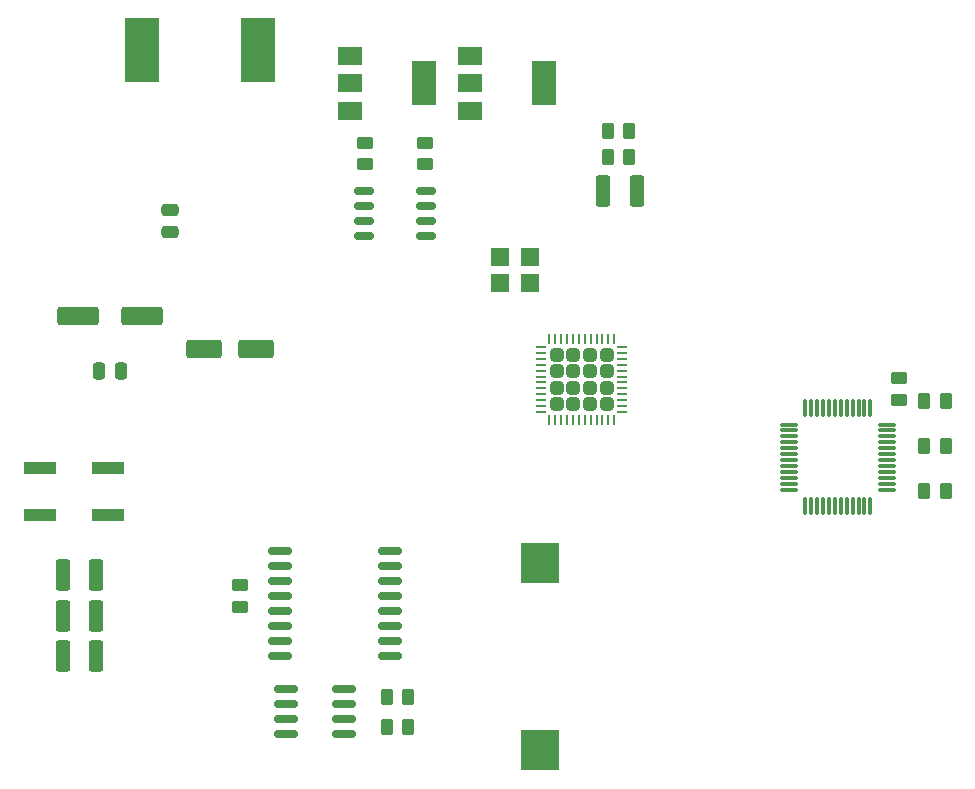
<source format=gbr>
%TF.GenerationSoftware,KiCad,Pcbnew,7.0.9-7.0.9~ubuntu20.04.1*%
%TF.CreationDate,2024-02-01T14:13:27+00:00*%
%TF.ProjectId,ICE40UPDevBoard,49434534-3055-4504-9465-76426f617264,rev?*%
%TF.SameCoordinates,Original*%
%TF.FileFunction,Paste,Top*%
%TF.FilePolarity,Positive*%
%FSLAX46Y46*%
G04 Gerber Fmt 4.6, Leading zero omitted, Abs format (unit mm)*
G04 Created by KiCad (PCBNEW 7.0.9-7.0.9~ubuntu20.04.1) date 2024-02-01 14:13:27*
%MOMM*%
%LPD*%
G01*
G04 APERTURE LIST*
G04 Aperture macros list*
%AMRoundRect*
0 Rectangle with rounded corners*
0 $1 Rounding radius*
0 $2 $3 $4 $5 $6 $7 $8 $9 X,Y pos of 4 corners*
0 Add a 4 corners polygon primitive as box body*
4,1,4,$2,$3,$4,$5,$6,$7,$8,$9,$2,$3,0*
0 Add four circle primitives for the rounded corners*
1,1,$1+$1,$2,$3*
1,1,$1+$1,$4,$5*
1,1,$1+$1,$6,$7*
1,1,$1+$1,$8,$9*
0 Add four rect primitives between the rounded corners*
20,1,$1+$1,$2,$3,$4,$5,0*
20,1,$1+$1,$4,$5,$6,$7,0*
20,1,$1+$1,$6,$7,$8,$9,0*
20,1,$1+$1,$8,$9,$2,$3,0*%
G04 Aperture macros list end*
%ADD10R,2.800000X1.000000*%
%ADD11RoundRect,0.150000X-0.675000X-0.150000X0.675000X-0.150000X0.675000X0.150000X-0.675000X0.150000X0*%
%ADD12RoundRect,0.250000X0.375000X1.075000X-0.375000X1.075000X-0.375000X-1.075000X0.375000X-1.075000X0*%
%ADD13RoundRect,0.250000X0.450000X-0.262500X0.450000X0.262500X-0.450000X0.262500X-0.450000X-0.262500X0*%
%ADD14RoundRect,0.250000X-0.262500X-0.450000X0.262500X-0.450000X0.262500X0.450000X-0.262500X0.450000X0*%
%ADD15RoundRect,0.250000X-1.250000X-0.550000X1.250000X-0.550000X1.250000X0.550000X-1.250000X0.550000X0*%
%ADD16RoundRect,0.250000X-0.375000X-1.075000X0.375000X-1.075000X0.375000X1.075000X-0.375000X1.075000X0*%
%ADD17R,2.900000X5.400000*%
%ADD18R,2.000000X1.500000*%
%ADD19R,2.000000X3.800000*%
%ADD20RoundRect,0.250000X0.262500X0.450000X-0.262500X0.450000X-0.262500X-0.450000X0.262500X-0.450000X0*%
%ADD21R,1.600000X1.500000*%
%ADD22R,3.300000X3.500000*%
%ADD23RoundRect,0.250000X-0.315000X-0.315000X0.315000X-0.315000X0.315000X0.315000X-0.315000X0.315000X0*%
%ADD24RoundRect,0.062500X-0.375000X-0.062500X0.375000X-0.062500X0.375000X0.062500X-0.375000X0.062500X0*%
%ADD25RoundRect,0.062500X-0.062500X-0.375000X0.062500X-0.375000X0.062500X0.375000X-0.062500X0.375000X0*%
%ADD26RoundRect,0.150000X-0.875000X-0.150000X0.875000X-0.150000X0.875000X0.150000X-0.875000X0.150000X0*%
%ADD27RoundRect,0.075000X-0.662500X-0.075000X0.662500X-0.075000X0.662500X0.075000X-0.662500X0.075000X0*%
%ADD28RoundRect,0.075000X-0.075000X-0.662500X0.075000X-0.662500X0.075000X0.662500X-0.075000X0.662500X0*%
%ADD29RoundRect,0.250000X-0.475000X0.250000X-0.475000X-0.250000X0.475000X-0.250000X0.475000X0.250000X0*%
%ADD30RoundRect,0.250000X0.250000X0.475000X-0.250000X0.475000X-0.250000X-0.475000X0.250000X-0.475000X0*%
%ADD31RoundRect,0.250000X-0.450000X0.262500X-0.450000X-0.262500X0.450000X-0.262500X0.450000X0.262500X0*%
%ADD32RoundRect,0.250000X1.500000X0.550000X-1.500000X0.550000X-1.500000X-0.550000X1.500000X-0.550000X0*%
%ADD33RoundRect,0.150000X-0.825000X-0.150000X0.825000X-0.150000X0.825000X0.150000X-0.825000X0.150000X0*%
G04 APERTURE END LIST*
D10*
%TO.C,SW1*%
X155342000Y-108490000D03*
X161142000Y-108490000D03*
X155342000Y-112490000D03*
X161142000Y-112490000D03*
%TD*%
D11*
%TO.C,U6*%
X182795000Y-85090000D03*
X182795000Y-86360000D03*
X182795000Y-87630000D03*
X182795000Y-88900000D03*
X188045000Y-88900000D03*
X188045000Y-87630000D03*
X188045000Y-86360000D03*
X188045000Y-85090000D03*
%TD*%
D12*
%TO.C,D2*%
X205870000Y-85090000D03*
X203070000Y-85090000D03*
%TD*%
D13*
%TO.C,R26*%
X172290000Y-120292500D03*
X172290000Y-118467500D03*
%TD*%
D14*
%TO.C,R6*%
X230227500Y-106680000D03*
X232052500Y-106680000D03*
%TD*%
D15*
%TO.C,C32*%
X169250000Y-98425000D03*
X173650000Y-98425000D03*
%TD*%
D16*
%TO.C,D3*%
X157286500Y-117602000D03*
X160086500Y-117602000D03*
%TD*%
D14*
%TO.C,R7*%
X230227500Y-110490000D03*
X232052500Y-110490000D03*
%TD*%
D17*
%TO.C,L1*%
X163960000Y-73152000D03*
X173860000Y-73152000D03*
%TD*%
D18*
%TO.C,U4*%
X181610000Y-73660000D03*
X181610000Y-75960000D03*
D19*
X187910000Y-75960000D03*
D18*
X181610000Y-78260000D03*
%TD*%
D20*
%TO.C,R24*%
X186537500Y-127889000D03*
X184712500Y-127889000D03*
%TD*%
%TO.C,R19*%
X205255500Y-82169000D03*
X203430500Y-82169000D03*
%TD*%
D21*
%TO.C,X1*%
X194310000Y-92860000D03*
X196850000Y-92860000D03*
X196850000Y-90660000D03*
X194310000Y-90660000D03*
%TD*%
D20*
%TO.C,R25*%
X186537500Y-130429000D03*
X184712500Y-130429000D03*
%TD*%
D22*
%TO.C,BT1*%
X197690000Y-132360000D03*
X197690000Y-116560000D03*
%TD*%
D16*
%TO.C,D4*%
X157286500Y-121031000D03*
X160086500Y-121031000D03*
%TD*%
D18*
%TO.C,U1*%
X191770000Y-73660000D03*
X191770000Y-75960000D03*
D19*
X198070000Y-75960000D03*
D18*
X191770000Y-78260000D03*
%TD*%
D13*
%TO.C,R4*%
X228092000Y-102766500D03*
X228092000Y-100941500D03*
%TD*%
%TO.C,R23*%
X182880000Y-82827500D03*
X182880000Y-81002500D03*
%TD*%
D23*
%TO.C,U2*%
X199130000Y-98930000D03*
X199130000Y-100330000D03*
X199130000Y-101730000D03*
X199130000Y-103130000D03*
X200530000Y-98930000D03*
X200530000Y-100330000D03*
X200530000Y-101730000D03*
X200530000Y-103130000D03*
X201930000Y-98930000D03*
X201930000Y-100330000D03*
X201930000Y-101730000D03*
X201930000Y-103130000D03*
X203330000Y-98930000D03*
X203330000Y-100330000D03*
X203330000Y-101730000D03*
X203330000Y-103130000D03*
D24*
X197792500Y-98280000D03*
X197792500Y-98780000D03*
X197792500Y-99280000D03*
X197792500Y-99780000D03*
X197792500Y-100280000D03*
X197792500Y-100780000D03*
X197792500Y-101280000D03*
X197792500Y-101780000D03*
X197792500Y-102280000D03*
X197792500Y-102780000D03*
X197792500Y-103280000D03*
X197792500Y-103780000D03*
D25*
X198480000Y-104467500D03*
X198980000Y-104467500D03*
X199480000Y-104467500D03*
X199980000Y-104467500D03*
X200480000Y-104467500D03*
X200980000Y-104467500D03*
X201480000Y-104467500D03*
X201980000Y-104467500D03*
X202480000Y-104467500D03*
X202980000Y-104467500D03*
X203480000Y-104467500D03*
X203980000Y-104467500D03*
D24*
X204667500Y-103780000D03*
X204667500Y-103280000D03*
X204667500Y-102780000D03*
X204667500Y-102280000D03*
X204667500Y-101780000D03*
X204667500Y-101280000D03*
X204667500Y-100780000D03*
X204667500Y-100280000D03*
X204667500Y-99780000D03*
X204667500Y-99280000D03*
X204667500Y-98780000D03*
X204667500Y-98280000D03*
D25*
X203980000Y-97592500D03*
X203480000Y-97592500D03*
X202980000Y-97592500D03*
X202480000Y-97592500D03*
X201980000Y-97592500D03*
X201480000Y-97592500D03*
X200980000Y-97592500D03*
X200480000Y-97592500D03*
X199980000Y-97592500D03*
X199480000Y-97592500D03*
X198980000Y-97592500D03*
X198480000Y-97592500D03*
%TD*%
D26*
%TO.C,U3*%
X175690000Y-115570000D03*
X175690000Y-116840000D03*
X175690000Y-118110000D03*
X175690000Y-119380000D03*
X175690000Y-120650000D03*
X175690000Y-121920000D03*
X175690000Y-123190000D03*
X175690000Y-124460000D03*
X184990000Y-124460000D03*
X184990000Y-123190000D03*
X184990000Y-121920000D03*
X184990000Y-120650000D03*
X184990000Y-119380000D03*
X184990000Y-118110000D03*
X184990000Y-116840000D03*
X184990000Y-115570000D03*
%TD*%
D27*
%TO.C,U5*%
X218752500Y-104847500D03*
X218752500Y-105347500D03*
X218752500Y-105847500D03*
X218752500Y-106347500D03*
X218752500Y-106847500D03*
X218752500Y-107347500D03*
X218752500Y-107847500D03*
X218752500Y-108347500D03*
X218752500Y-108847500D03*
X218752500Y-109347500D03*
X218752500Y-109847500D03*
X218752500Y-110347500D03*
D28*
X220165000Y-111760000D03*
X220665000Y-111760000D03*
X221165000Y-111760000D03*
X221665000Y-111760000D03*
X222165000Y-111760000D03*
X222665000Y-111760000D03*
X223165000Y-111760000D03*
X223665000Y-111760000D03*
X224165000Y-111760000D03*
X224665000Y-111760000D03*
X225165000Y-111760000D03*
X225665000Y-111760000D03*
D27*
X227077500Y-110347500D03*
X227077500Y-109847500D03*
X227077500Y-109347500D03*
X227077500Y-108847500D03*
X227077500Y-108347500D03*
X227077500Y-107847500D03*
X227077500Y-107347500D03*
X227077500Y-106847500D03*
X227077500Y-106347500D03*
X227077500Y-105847500D03*
X227077500Y-105347500D03*
X227077500Y-104847500D03*
D28*
X225665000Y-103435000D03*
X225165000Y-103435000D03*
X224665000Y-103435000D03*
X224165000Y-103435000D03*
X223665000Y-103435000D03*
X223165000Y-103435000D03*
X222665000Y-103435000D03*
X222165000Y-103435000D03*
X221665000Y-103435000D03*
X221165000Y-103435000D03*
X220665000Y-103435000D03*
X220165000Y-103435000D03*
%TD*%
D16*
%TO.C,D5*%
X157286500Y-124460000D03*
X160086500Y-124460000D03*
%TD*%
D29*
%TO.C,C31*%
X166370000Y-86680000D03*
X166370000Y-88580000D03*
%TD*%
D14*
%TO.C,R3*%
X203430500Y-80010000D03*
X205255500Y-80010000D03*
%TD*%
D30*
%TO.C,C30*%
X162240000Y-100330000D03*
X160340000Y-100330000D03*
%TD*%
D31*
%TO.C,R22*%
X187960000Y-81002500D03*
X187960000Y-82827500D03*
%TD*%
D14*
%TO.C,R1*%
X230227500Y-102870000D03*
X232052500Y-102870000D03*
%TD*%
D32*
%TO.C,C29*%
X163990000Y-95631000D03*
X158590000Y-95631000D03*
%TD*%
D33*
%TO.C,U7*%
X176165000Y-127254000D03*
X176165000Y-128524000D03*
X176165000Y-129794000D03*
X176165000Y-131064000D03*
X181115000Y-131064000D03*
X181115000Y-129794000D03*
X181115000Y-128524000D03*
X181115000Y-127254000D03*
%TD*%
M02*

</source>
